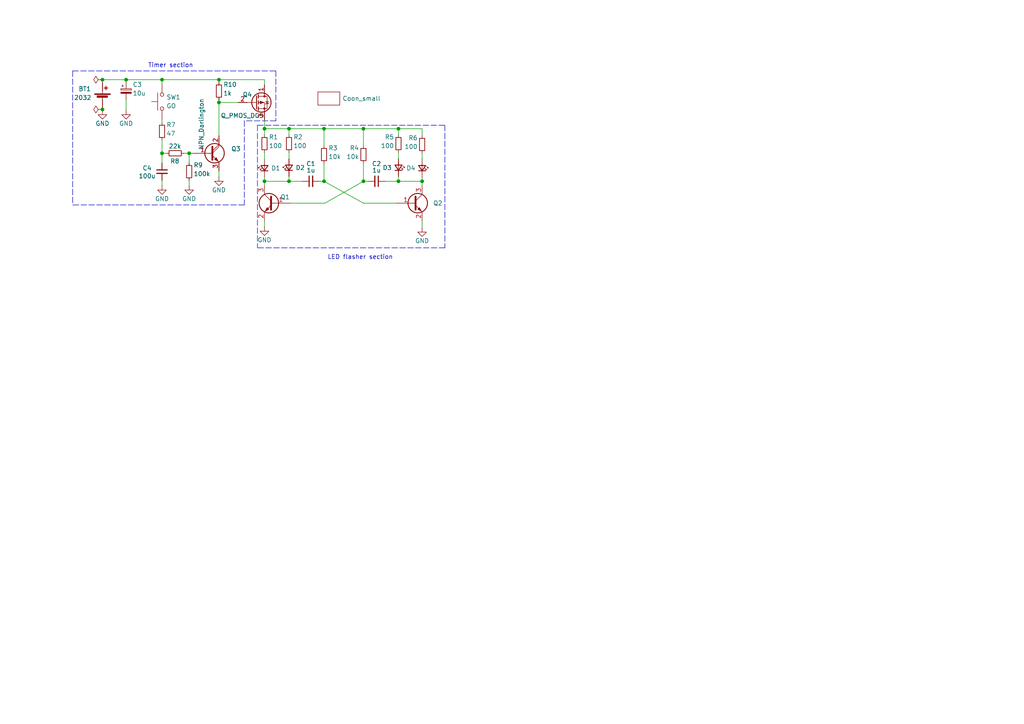
<source format=kicad_sch>
(kicad_sch (version 20211123) (generator eeschema)
  (paper "A4")
  (lib_symbols
    (symbol "Device:Battery_Cell" (pin_numbers hide) (pin_names (offset 0) hide)
      (property "Reference" "BT" (at 2.54 2.54 0))
      (property "Value" "Battery_Cell" (at 2.54 0 0))
      (symbol "Battery_Cell_0_1"
        (rectangle (start -2.286 1.778) (end 2.286 1.524) (fill (type outline)))
        (rectangle (start -1.5748 1.1938) (end 1.4732 0.6858) (fill (type outline)))
        (polyline (pts (xy 0 0.762) (xy 0 0)))
        (polyline (pts (xy 0 1.778) (xy 0 2.54)))
        (polyline (pts (xy 0.508 3.429) (xy 1.524 3.429)) (stroke (width 0.254)))
        (polyline (pts (xy 1.016 3.937) (xy 1.016 2.921)) (stroke (width 0.254)))
      )
      (symbol "Battery_Cell_1_1"
        (pin passive line (at 0 5.08 270) (length 2.54) (name "+") (number "1"))
        (pin passive line (at 0 -2.54 90) (length 2.54) (name "-") (number "2"))
      )
    )
    (symbol "Device:C_Polarized_Small" (pin_numbers hide) (pin_names (offset 0.254) hide)
      (property "Reference" "C" (at 0.254 1.778 0))
      (property "Value" "C_Polarized_Small" (at 0.254 -2.032 0))
      (symbol "C_Polarized_Small_0_1"
        (rectangle (start -1.524 -0.3048) (end 1.524 -0.6858) (fill (type outline)))
        (rectangle (start -1.524 0.6858) (end 1.524 0.3048))
        (polyline (pts (xy -1.27 1.524) (xy -0.762 1.524)))
        (polyline (pts (xy -1.016 1.27) (xy -1.016 1.778)))
      )
      (symbol "C_Polarized_Small_1_1"
        (pin passive line (at 0 2.54 270) (length 1.8542) (name "~") (number "1"))
        (pin passive line (at 0 -2.54 90) (length 1.8542) (name "~") (number "2"))
      )
    )
    (symbol "Device:C_Small" (pin_numbers hide) (pin_names (offset 0.254) hide)
      (property "Reference" "C" (at 0.254 1.778 0))
      (property "Value" "C_Small" (at 0.254 -2.032 0))
      (symbol "C_Small_0_1"
        (polyline (pts (xy -1.524 -0.508) (xy 1.524 -0.508)) (stroke (width 0.3302)))
        (polyline (pts (xy -1.524 0.508) (xy 1.524 0.508)) (stroke (width 0.3048)))
      )
      (symbol "C_Small_1_1"
        (pin passive line (at 0 2.54 270) (length 2.032) (name "~") (number "1"))
        (pin passive line (at 0 -2.54 90) (length 2.032) (name "~") (number "2"))
      )
    )
    (symbol "Device:LED_Small" (pin_numbers hide) (pin_names (offset 0.254) hide)
      (property "Reference" "D" (at -1.27 3.175 0))
      (property "Value" "LED_Small" (at -4.445 -2.54 0))
      (symbol "LED_Small_0_1"
        (polyline (pts (xy -0.762 -1.016) (xy -0.762 1.016)) (stroke (width 0.254)))
        (polyline (pts (xy 1.016 0) (xy -0.762 0)))
        (polyline (pts (xy 0.762 -1.016) (xy -0.762 0) (xy 0.762 1.016) (xy 0.762 -1.016)) (stroke (width 0.254)))
        (polyline (pts (xy 0 0.762) (xy -0.508 1.27) (xy -0.254 1.27) (xy -0.508 1.27) (xy -0.508 1.016)))
        (polyline (pts (xy 0.508 1.27) (xy 0 1.778) (xy 0.254 1.778) (xy 0 1.778) (xy 0 1.524)))
      )
      (symbol "LED_Small_1_1"
        (pin passive line (at -2.54 0 0) (length 1.778) (name "K") (number "1"))
        (pin passive line (at 2.54 0 180) (length 1.778) (name "A") (number "2"))
      )
    )
    (symbol "Device:Q_NPN_BEC" (pin_names (offset 0) hide)
      (property "Reference" "Q" (at 5.08 1.27 0))
      (property "Value" "Q_NPN_BEC" (at 5.08 -1.27 0))
      (symbol "Q_NPN_BEC_0_1"
        (polyline (pts (xy 0.635 0.635) (xy 2.54 2.54)))
        (polyline (pts (xy 0.635 -0.635) (xy 2.54 -2.54) (xy 2.54 -2.54)))
        (polyline (pts (xy 0.635 1.905) (xy 0.635 -1.905) (xy 0.635 -1.905)) (stroke (width 0.508)))
        (polyline (pts (xy 1.27 -1.778) (xy 1.778 -1.27) (xy 2.286 -2.286) (xy 1.27 -1.778) (xy 1.27 -1.778)) (fill (type outline)))
        (circle (center 1.27 0) (radius 2.8194) (stroke (width 0.254)))
      )
      (symbol "Q_NPN_BEC_1_1"
        (pin input line (at -5.08 0 0) (length 5.715) (name "B") (number "1"))
        (pin passive line (at 2.54 -5.08 90) (length 2.54) (name "E") (number "2"))
        (pin passive line (at 2.54 5.08 270) (length 2.54) (name "C") (number "3"))
      )
    )
    (symbol "Device:Q_NPN_Darlington_BCE" (pin_names (offset 0) hide)
      (property "Reference" "Q" (at 4.572 1.27 0))
      (property "Value" "Q_NPN_Darlington_BCE" (at 4.572 -1.27 0))
      (symbol "Q_NPN_Darlington_BCE_0_1"
        (polyline (pts (xy 0.635 0.635) (xy 2.54 2.54)))
        (polyline (pts (xy 0.635 -0.635) (xy 2.54 -2.54) (xy 2.54 -2.54)))
        (polyline (pts (xy 0.635 0) (xy 2.54 1.905) (xy 2.54 2.54)))
        (polyline (pts (xy 0.635 1.905) (xy 0.635 -1.905) (xy 0.635 -1.905)) (stroke (width 0.508)))
        (polyline (pts (xy 1.27 -1.778) (xy 1.778 -1.27) (xy 2.286 -2.286) (xy 1.27 -1.778) (xy 1.27 -1.778)) (fill (type outline)))
        (circle (center 1.27 0) (radius 2.8194) (stroke (width 0.254)))
      )
      (symbol "Q_NPN_Darlington_BCE_1_1"
        (pin input line (at -5.08 0 0) (length 5.715) (name "B") (number "1"))
        (pin passive line (at 2.54 5.08 270) (length 2.54) (name "C") (number "2"))
        (pin passive line (at 2.54 -5.08 90) (length 2.54) (name "E") (number "3"))
      )
    )
    (symbol "Device:Q_PMOS_DGS" (pin_names (offset 0) hide)
      (property "Reference" "Q" (at 5.08 1.27 0))
      (property "Value" "Q_PMOS_DGS" (at 5.08 -1.27 0))
      (symbol "Q_PMOS_DGS_0_1"
        (polyline (pts (xy 0.254 0) (xy -2.54 0)))
        (polyline (pts (xy 0.254 1.905) (xy 0.254 -1.905)) (stroke (width 0.254)))
        (polyline (pts (xy 0.762 -1.27) (xy 0.762 -2.286)) (stroke (width 0.254)))
        (polyline (pts (xy 0.762 0.508) (xy 0.762 -0.508)) (stroke (width 0.254)))
        (polyline (pts (xy 0.762 2.286) (xy 0.762 1.27)) (stroke (width 0.254)))
        (polyline (pts (xy 2.54 2.54) (xy 2.54 1.778)))
        (polyline (pts (xy 2.54 -2.54) (xy 2.54 0) (xy 0.762 0)))
        (polyline (pts (xy 0.762 1.778) (xy 3.302 1.778) (xy 3.302 -1.778) (xy 0.762 -1.778)))
        (polyline (pts (xy 2.286 0) (xy 1.27 0.381) (xy 1.27 -0.381) (xy 2.286 0)) (fill (type outline)))
        (polyline (pts (xy 2.794 -0.508) (xy 2.921 -0.381) (xy 3.683 -0.381) (xy 3.81 -0.254)))
        (polyline (pts (xy 3.302 -0.381) (xy 2.921 0.254) (xy 3.683 0.254) (xy 3.302 -0.381)))
        (circle (center 1.651 0) (radius 2.794) (stroke (width 0.254)))
        (circle (center 2.54 -1.778) (radius 0.254) (fill (type outline)))
        (circle (center 2.54 1.778) (radius 0.254) (fill (type outline)))
      )
      (symbol "Q_PMOS_DGS_1_1"
        (pin passive line (at 2.54 5.08 270) (length 2.54) (name "D") (number "1"))
        (pin input line (at -5.08 0 0) (length 2.54) (name "G") (number "2"))
        (pin passive line (at 2.54 -5.08 90) (length 2.54) (name "S") (number "3"))
      )
    )
    (symbol "Device:R_Small" (pin_numbers hide) (pin_names (offset 0.254) hide)
      (property "Reference" "R" (at 0.762 0.508 0))
      (property "Value" "R_Small" (at 0.762 -1.016 0))
      (symbol "R_Small_0_1"
        (rectangle (start -0.762 1.778) (end 0.762 -1.778) (stroke (width 0.2032)))
      )
      (symbol "R_Small_1_1"
        (pin passive line (at 0 2.54 270) (length 0.762) (name "~") (number "1"))
        (pin passive line (at 0 -2.54 90) (length 0.762) (name "~") (number "2"))
      )
    )
    (symbol "Switch:SW_Push" (pin_numbers hide) (pin_names (offset 1.016) hide)
      (property "Reference" "SW" (at 1.27 2.54 0))
      (property "Value" "SW_Push" (at 0 -1.524 0))
      (symbol "SW_Push_0_1"
        (circle (center -2.032 0) (radius 0.508))
        (polyline (pts (xy 0 1.27) (xy 0 3.048)))
        (polyline (pts (xy 2.54 1.27) (xy -2.54 1.27)))
        (circle (center 2.032 0) (radius 0.508))
        (pin passive line (at -5.08 0 0) (length 2.54) (name "1") (number "1"))
        (pin passive line (at 5.08 0 180) (length 2.54) (name "2") (number "2"))
      )
    )
    (symbol "custom:Coon_small" (in_bom no)
      (property "Value" "Coon_small" (at 4.445 -2.54 0))
      (symbol "Coon_small_0_1"
        (rectangle (start 1.27 2.54) (end 7.62 -1.27) (stroke (width 0.1524)))
      )
    )
    (symbol "power:GND" (power) (pin_names (offset 0))
      (property "Value" "GND" (at 0 -3.81 0))
      (symbol "GND_0_1"
        (polyline (pts (xy 0 0) (xy 0 -1.27) (xy 1.27 -1.27) (xy 0 -2.54) (xy -1.27 -1.27) (xy 0 -1.27)))
      )
      (symbol "GND_1_1"
        (pin power_in line (at 0 0 270) (length 0) hide (name "GND") (number "1"))
      )
    )
    (symbol "power:PWR_FLAG" (power) (pin_numbers hide) (pin_names (offset 0) hide)
      (property "Value" "PWR_FLAG" (at 0 3.81 0))
      (symbol "PWR_FLAG_0_0"
        (pin power_out line (at 0 0 90) (length 0) (name "pwr") (number "1"))
      )
      (symbol "PWR_FLAG_0_1"
        (polyline (pts (xy 0 0) (xy 0 1.27) (xy -1.016 1.905) (xy 0 2.54) (xy 1.016 1.905) (xy 0 1.27)))
      )
    )
  )
  (junction (at 46.99 44.45))
  (junction (at 122.428 52.578))
  (junction (at 63.5 23.114))
  (junction (at 76.708 37.338))
  (junction (at 93.98 37.338))
  (junction (at 36.576 23.114))
  (junction (at 105.41 37.338))
  (junction (at 105.41 52.578))
  (junction (at 76.708 52.578))
  (junction (at 29.718 31.75))
  (junction (at 29.718 23.114))
  (junction (at 83.82 52.578))
  (junction (at 93.98 52.578))
  (junction (at 46.99 23.114))
  (junction (at 83.82 37.338))
  (junction (at 115.57 37.338))
  (junction (at 54.864 44.45))
  (junction (at 115.57 52.578))
  (junction (at 63.5 29.718))
  (wire (pts (xy 93.98 52.578) (xy 93.98 47.371)))
  (wire (pts (xy 29.718 23.114) (xy 36.576 23.114)))
  (wire (pts (xy 105.41 37.338) (xy 115.57 37.338)))
  (wire (pts (xy 76.708 24.638) (xy 76.708 23.114)))
  (polyline (pts (xy 21.082 20.574) (xy 21.082 59.436)))
  (wire (pts (xy 83.82 52.578) (xy 87.63 52.578)))
  (wire (pts (xy 63.5 49.53) (xy 63.5 51.308)))
  (wire (pts (xy 46.99 44.45) (xy 48.26 44.45)))
  (wire (pts (xy 115.57 44.196) (xy 115.57 46.101)))
  (wire (pts (xy 83.82 44.196) (xy 83.82 46.101)))
  (wire (pts (xy 54.864 44.45) (xy 54.864 47.244)))
  (wire (pts (xy 63.5 23.114) (xy 63.5 23.876)))
  (wire (pts (xy 29.718 23.876) (xy 29.718 23.114)))
  (wire (pts (xy 76.708 52.578) (xy 76.708 53.848)))
  (wire (pts (xy 54.864 44.45) (xy 55.88 44.45)))
  (wire (pts (xy 76.708 37.338) (xy 83.82 37.338)))
  (wire (pts (xy 46.99 35.56) (xy 46.99 34.544)))
  (wire (pts (xy 76.708 39.116) (xy 76.708 37.338)))
  (wire (pts (xy 122.428 52.578) (xy 115.57 52.578)))
  (polyline (pts (xy 74.676 36.322) (xy 74.676 71.882)))
  (polyline (pts (xy 74.676 36.322) (xy 129.032 36.322)))
  (wire (pts (xy 63.5 28.956) (xy 63.5 29.718)))
  (wire (pts (xy 105.41 42.291) (xy 105.41 37.338)))
  (polyline (pts (xy 70.866 59.436) (xy 21.082 59.436)))
  (wire (pts (xy 29.718 31.496) (xy 29.718 31.75)))
  (polyline (pts (xy 129.032 71.882) (xy 74.676 71.882)))
  (wire (pts (xy 83.82 51.181) (xy 83.82 52.578)))
  (wire (pts (xy 46.99 23.114) (xy 63.5 23.114)))
  (polyline (pts (xy 21.082 20.574) (xy 80.01 20.574)))
  (wire (pts (xy 93.98 37.338) (xy 105.41 37.338)))
  (wire (pts (xy 63.5 29.718) (xy 63.5 39.37)))
  (wire (pts (xy 115.57 52.578) (xy 111.76 52.578)))
  (polyline (pts (xy 80.01 20.574) (xy 80.01 35.052)))
  (wire (pts (xy 115.57 51.181) (xy 115.57 52.578)))
  (wire (pts (xy 84.328 58.928) (xy 94.234 58.928)))
  (wire (pts (xy 106.68 52.578) (xy 105.41 52.578)))
  (wire (pts (xy 76.708 64.008) (xy 76.708 65.786)))
  (wire (pts (xy 29.718 31.75) (xy 29.718 32.004)))
  (wire (pts (xy 76.708 52.578) (xy 83.82 52.578)))
  (wire (pts (xy 115.57 37.338) (xy 115.57 39.116)))
  (wire (pts (xy 105.41 52.578) (xy 105.41 47.371)))
  (wire (pts (xy 46.99 52.324) (xy 46.99 53.848)))
  (wire (pts (xy 36.576 23.114) (xy 36.576 23.876)))
  (wire (pts (xy 105.41 58.928) (xy 93.98 52.578)))
  (wire (pts (xy 92.71 52.578) (xy 93.98 52.578)))
  (wire (pts (xy 122.428 44.45) (xy 122.428 46.228)))
  (wire (pts (xy 46.99 40.64) (xy 46.99 44.45)))
  (wire (pts (xy 46.99 24.384) (xy 46.99 23.114)))
  (wire (pts (xy 105.41 58.928) (xy 114.808 58.928)))
  (wire (pts (xy 46.99 44.45) (xy 46.99 47.244)))
  (wire (pts (xy 122.428 51.308) (xy 122.428 52.578)))
  (wire (pts (xy 54.864 52.324) (xy 54.864 53.848)))
  (wire (pts (xy 36.576 28.956) (xy 36.576 32.004)))
  (wire (pts (xy 76.708 44.196) (xy 76.708 46.228)))
  (wire (pts (xy 76.708 23.114) (xy 63.5 23.114)))
  (wire (pts (xy 83.82 37.338) (xy 83.82 39.116)))
  (wire (pts (xy 122.428 64.008) (xy 122.428 66.04)))
  (wire (pts (xy 76.708 34.798) (xy 76.708 37.338)))
  (wire (pts (xy 93.98 42.291) (xy 93.98 37.338)))
  (polyline (pts (xy 129.032 36.322) (xy 129.032 71.882)))
  (wire (pts (xy 76.708 51.308) (xy 76.708 52.578)))
  (polyline (pts (xy 70.866 35.052) (xy 70.866 59.436)))
  (wire (pts (xy 94.234 58.928) (xy 105.41 52.578)))
  (wire (pts (xy 122.428 52.578) (xy 122.428 53.848)))
  (wire (pts (xy 36.576 23.114) (xy 46.99 23.114)))
  (wire (pts (xy 122.428 39.37) (xy 122.428 37.338)))
  (wire (pts (xy 122.428 37.338) (xy 115.57 37.338)))
  (polyline (pts (xy 80.01 35.052) (xy 70.866 35.052)))
  (wire (pts (xy 53.34 44.45) (xy 54.864 44.45)))
  (wire (pts (xy 63.5 29.718) (xy 69.088 29.718)))
  (wire (pts (xy 93.98 37.338) (xy 83.82 37.338)))
  (text "LED flasher section" (at 94.996 75.438 0) (effects (font (size 1.27 1.27)) (justify left bottom)))
  (text "Timer section" (at 42.926 19.812 0) (effects (font (size 1.27 1.27)) (justify left bottom)))
  (symbol (lib_id "Device:C_Small") (at 46.99 49.784 0) (mirror y) (unit 1)
    (property "Reference" "C4" (at 42.672 48.768 0))
    (property "Value" "100u" (at 42.672 51.054 0))
    (property "Footprint" "Capacitor_SMD:C_1210_3225Metric" (effects hide))
  )
  (symbol (lib_id "Device:R_Small") (at 76.708 41.656 180) (unit 1)
    (property "Reference" "R1" (at 77.978 39.751 0) (effects (justify right)))
    (property "Value" "100" (at 77.978 42.291 0) (effects (justify right)))
    (property "Footprint" "Resistor_SMD:R_0805_2012Metric_Pad1.20x1.40mm_HandSolder" (effects hide))
  )
  (symbol (lib_id "Device:Q_NPN_BEC") (at 79.248 58.928 0) (mirror y) (unit 1)
    (property "Reference" "Q1" (at 84.074 57.15 0) (effects (justify left)))
    (property "Value" "Q_NPN_BEC (BC817K40E6327HTSA1)" (effects hide))
    (property "Footprint" "Package_TO_SOT_SMD:SOT-23_Handsoldering" (effects hide))
    (property "Datasheet" "https://www.infinite-electronic.ru/datasheet/4a-BC-817-40-E6433.pdf" (effects hide))
  )
  (symbol (lib_id "Device:LED_Small") (at 122.428 48.768 270) (mirror x) (unit 1)
    (property "Reference" "D4" (at 120.523 48.768 90) (effects (justify right)))
    (property "Value" "LED_Small" (effects hide))
    (property "Footprint" "LED_SMD:LED_Luminus_MP-3030-1100_3.0x3.0mm" (effects hide))
  )
  (symbol (lib_id "Device:R_Small") (at 54.864 49.784 180) (unit 1)
    (property "Reference" "R9" (at 56.134 47.879 0) (effects (justify right)))
    (property "Value" "100k" (at 56.134 50.419 0) (effects (justify right)))
    (property "Footprint" "Resistor_SMD:R_0805_2012Metric_Pad1.20x1.40mm_HandSolder" (effects hide))
  )
  (symbol (lib_id "Device:C_Small") (at 109.22 52.578 270) (mirror x) (unit 1)
    (property "Reference" "C2" (at 109.22 47.498 90))
    (property "Value" "1u" (at 109.22 49.403 90))
    (property "Footprint" "Capacitor_SMD:C_0805_2012Metric_Pad1.18x1.45mm_HandSolder" (effects hide))
  )
  (symbol (lib_id "power:GND") (at 54.864 53.848 0) (unit 1)
    (property "Reference" "#PWR06" (effects hide))
    (property "Value" "GND" (at 54.864 57.658 0))
  )
  (symbol (lib_id "power:GND") (at 76.708 65.786 0) (unit 1)
    (property "Reference" "#PWR02" (effects hide))
    (property "Value" "GND" (at 76.708 69.596 0))
  )
  (symbol (lib_id "Device:R_Small") (at 50.8 44.45 270) (unit 1)
    (property "Reference" "R8" (at 52.07 46.736 90) (effects (justify right)))
    (property "Value" "22k" (at 52.578 42.418 90) (effects (justify right)))
    (property "Footprint" "Resistor_SMD:R_0805_2012Metric_Pad1.20x1.40mm_HandSolder" (effects hide))
  )
  (symbol (lib_id "Switch:SW_Push") (at 46.99 29.464 90) (unit 1)
    (property "Reference" "SW1" (at 48.26 28.1939 90) (effects (justify right)))
    (property "Value" "GO" (at 48.26 30.7339 90) (effects (justify right)))
    (property "Footprint" "Button_Switch_SMD:SW_SPST_CK_RS282G05A3" (effects hide))
  )
  (symbol (lib_id "Device:Q_NPN_Darlington_BCE") (at 60.96 44.45 0) (unit 1)
    (property "Reference" "Q3" (at 67.056 43.1799 0) (effects (justify left)))
    (property "Value" "NPN_Darlington" (at 58.42 43.434 90) (effects (justify left)))
    (property "Footprint" "Package_TO_SOT_SMD:SOT-23_Handsoldering" (effects hide))
  )
  (symbol (lib_id "Device:C_Small") (at 90.17 52.578 90) (unit 1)
    (property "Reference" "C1" (at 90.17 47.498 90))
    (property "Value" "1u" (at 90.17 49.403 90))
    (property "Footprint" "Capacitor_SMD:C_0805_2012Metric_Pad1.18x1.45mm_HandSolder" (effects hide))
  )
  (symbol (lib_id "Device:Q_PMOS_DGS") (at 74.168 29.718 0) (unit 1)
    (property "Reference" "Q4" (at 70.358 27.432 0) (effects (justify left)))
    (property "Value" "Q_PMOS_DGS" (at 64.008 33.528 0) (effects (justify left)))
    (property "Footprint" "Package_TO_SOT_SMD:SOT-23_Handsoldering" (effects hide))
  )
  (symbol (lib_id "power:GND") (at 29.718 32.004 0) (unit 1)
    (property "Reference" "#PWR01" (effects hide))
    (property "Value" "GND" (at 29.718 35.814 0))
  )
  (symbol (lib_id "Device:Battery_Cell") (at 29.718 28.956 0) (unit 1)
    (property "Reference" "BT1" (at 22.733 25.781 0) (effects (justify left)))
    (property "Value" "2032" (at 21.463 28.321 0) (effects (justify left)))
    (property "Footprint" "custom:2032 battery clip" (effects hide))
  )
  (symbol (lib_id "Device:LED_Small") (at 115.57 48.641 270) (mirror x) (unit 1)
    (property "Reference" "D3" (at 113.665 48.641 90) (effects (justify right)))
    (property "Value" "LED_Small" (effects hide))
    (property "Footprint" "LED_SMD:LED_Luminus_MP-3030-1100_3.0x3.0mm" (effects hide))
  )
  (symbol (lib_id "Device:LED_Small") (at 76.708 48.768 90) (unit 1)
    (property "Reference" "D1" (at 78.613 48.768 90) (effects (justify right)))
    (property "Value" "LED_Small" (effects hide))
    (property "Footprint" "LED_SMD:LED_Luminus_MP-3030-1100_3.0x3.0mm" (effects hide))
  )
  (symbol (lib_id "Device:C_Polarized_Small") (at 36.576 26.416 0) (unit 1)
    (property "Reference" "C3" (at 38.481 24.511 0) (effects (justify left)))
    (property "Value" "10u" (at 38.481 27.051 0) (effects (justify left)))
    (property "Footprint" "Capacitor_Tantalum_SMD:CP_EIA-3216-18_Kemet-A" (effects hide))
  )
  (symbol (lib_id "Device:R_Small") (at 105.41 44.831 0) (mirror x) (unit 1)
    (property "Reference" "R4" (at 104.14 42.926 0) (effects (justify right)))
    (property "Value" "10k" (at 104.14 45.466 0) (effects (justify right)))
    (property "Footprint" "Resistor_SMD:R_0805_2012Metric_Pad1.20x1.40mm_HandSolder" (effects hide))
  )
  (symbol (lib_id "Device:R_Small") (at 46.99 38.1 180) (unit 1)
    (property "Reference" "R7" (at 48.26 36.195 0) (effects (justify right)))
    (property "Value" "47" (at 48.26 38.735 0) (effects (justify right)))
    (property "Footprint" "Resistor_SMD:R_0805_2012Metric_Pad1.20x1.40mm_HandSolder" (effects hide))
  )
  (symbol (lib_id "Device:R_Small") (at 93.98 44.831 180) (unit 1)
    (property "Reference" "R3" (at 95.25 42.926 0) (effects (justify right)))
    (property "Value" "10k" (at 95.25 45.466 0) (effects (justify right)))
    (property "Footprint" "Resistor_SMD:R_0805_2012Metric_Pad1.20x1.40mm_HandSolder" (effects hide))
  )
  (symbol (lib_id "power:GND") (at 63.5 51.308 0) (unit 1)
    (property "Reference" "#PWR07" (effects hide))
    (property "Value" "GND" (at 63.5 55.118 0))
  )
  (symbol (lib_id "power:GND") (at 46.99 53.848 0) (unit 1)
    (property "Reference" "#PWR05" (effects hide))
    (property "Value" "GND" (at 46.99 57.658 0))
  )
  (symbol (lib_id "Device:LED_Small") (at 83.82 48.641 90) (unit 1)
    (property "Reference" "D2" (at 85.725 48.641 90) (effects (justify right)))
    (property "Value" "LED_Small" (effects hide))
    (property "Footprint" "LED_SMD:LED_Luminus_MP-3030-1100_3.0x3.0mm" (effects hide))
  )
  (symbol (lib_id "Device:R_Small") (at 63.5 26.416 180) (unit 1)
    (property "Reference" "R10" (at 64.77 24.511 0) (effects (justify right)))
    (property "Value" "1k" (at 64.77 27.051 0) (effects (justify right)))
    (property "Footprint" "Resistor_SMD:R_0805_2012Metric_Pad1.20x1.40mm_HandSolder" (effects hide))
  )
  (symbol (lib_id "power:PWR_FLAG") (at 29.718 31.75 90) (unit 1)
    (property "Reference" "#FLG0101" (effects hide))
    (property "Value" "PWR_FLAG" (effects hide))
  )
  (symbol (lib_id "Device:R_Small") (at 115.57 41.656 0) (mirror x) (unit 1)
    (property "Reference" "R5" (at 114.3 39.751 0) (effects (justify right)))
    (property "Value" "100" (at 114.3 42.291 0) (effects (justify right)))
    (property "Footprint" "Resistor_SMD:R_0805_2012Metric_Pad1.20x1.40mm_HandSolder" (effects hide))
  )
  (symbol (lib_id "Device:R_Small") (at 83.82 41.656 180) (unit 1)
    (property "Reference" "R2" (at 85.09 39.751 0) (effects (justify right)))
    (property "Value" "100" (at 85.09 42.291 0) (effects (justify right)))
    (property "Footprint" "Resistor_SMD:R_0805_2012Metric_Pad1.20x1.40mm_HandSolder" (effects hide))
  )
  (symbol (lib_id "Device:R_Small") (at 122.428 41.91 0) (mirror x) (unit 1)
    (property "Reference" "R6" (at 121.158 40.005 0) (effects (justify right)))
    (property "Value" "100" (at 121.158 42.545 0) (effects (justify right)))
    (property "Footprint" "Resistor_SMD:R_0805_2012Metric_Pad1.20x1.40mm_HandSolder" (effects hide))
  )
  (symbol (lib_id "Device:Q_NPN_BEC") (at 119.888 58.928 0) (unit 1)
    (property "Reference" "Q2" (at 125.603 58.928 0) (effects (justify left)))
    (property "Value" "Q_NPN_BEC (BC817K40E6327HTSA1)" (effects hide))
    (property "Footprint" "Package_TO_SOT_SMD:SOT-23_Handsoldering" (effects hide))
    (property "Datasheet" "https://www.infinite-electronic.ru/datasheet/4a-BC-817-40-E6433.pdf" (effects hide))
  )
  (symbol (lib_id "power:GND") (at 36.576 32.004 0) (unit 1)
    (property "Reference" "#PWR04" (effects hide))
    (property "Value" "GND" (at 36.576 35.814 0))
  )
  (symbol (lib_id "power:PWR_FLAG") (at 29.718 23.114 90) (unit 1)
    (property "Reference" "#FLG0102" (effects hide))
    (property "Value" "PWR_FLAG" (effects hide))
  )
  (symbol (lib_id "custom:Coon_small") (at 90.932 29.21 0) (unit 1) (in_bom no)
    (property "Reference" "S1" (effects hide))
    (property "Value" "Coon_small" (at 99.314 28.5749 0) (effects (justify left)))
    (property "Footprint" "custom:_Racoon_small" (effects hide))
  )
  (symbol (lib_id "power:GND") (at 122.428 66.04 0) (mirror y) (unit 1)
    (property "Reference" "#PWR03" (effects hide))
    (property "Value" "GND" (at 122.428 69.85 0))
  )
)
</source>
